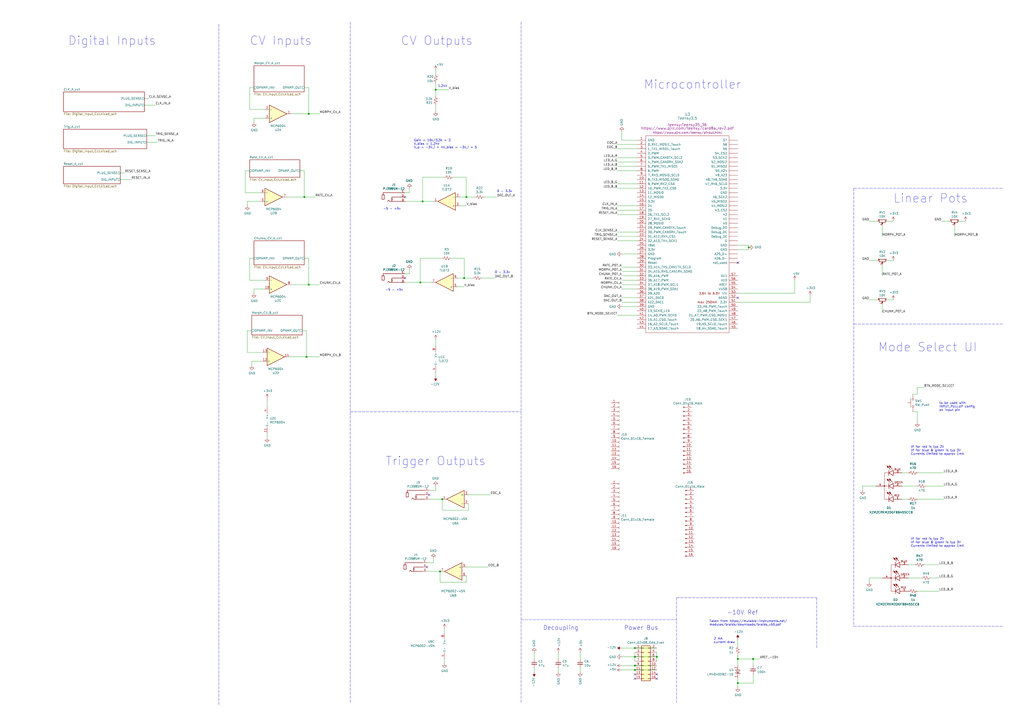
<source format=kicad_sch>
(kicad_sch (version 20211123) (generator eeschema)
  (paper "A2")
  (title_block (title "Lowstepper") (date "2021-03-06") (rev "1.0") (company "OkaySynthesizer") (comment 1 "Original design: Rafael Khan") (comment 2 "Engineer: Bhavesh Kakwani"))
  (junction (at 243.84 163.83))
  (junction (at 255.27 331.47))
  (junction (at 179.07 165.1))
  (junction (at 269.24 161.29))
  (junction (at 368.3 381))
  (junction (at 368.3 375.92))
  (junction (at 252.73 52.07))
  (junction (at 368.3 388.62))
  (junction (at 270.51 114.3))
  (junction (at 176.53 114.3))
  (junction (at 368.3 386.08))
  (junction (at 245.11 116.84))
  (junction (at 177.8 207.01))
  (junction (at 427.99 396.24))
  (junction (at 256.54 289.56))
  (junction (at 434.34 143.51))
  (junction (at 179.07 66.04))
  (junction (at 381 381))
  (junction (at 427.99 382.27))
  (junction (at 436.88 382.27))
  (no_connect (at 368.3 393.7))
  (no_connect (at 381 393.7))
  (no_connect (at 247.65 328.93))
  (no_connect (at 368.3 391.16))
  (no_connect (at 234.95 114.3))
  (no_connect (at 248.92 287.02))
  (no_connect (at 234.95 161.29))
  (no_connect (at 427.99 172.72))
  (no_connect (at 381 391.16))
  (no_connect (at 427.99 152.4))
  (bus_entry (at 928.37 483.87) (size 2.54 -2.54))
  (wire (pts (xy 369.57 154.94) (xy 360.68 154.94)))
  (wire (pts (xy 147.32 68.58) (xy 153.67 68.58)))
  (wire (pts (xy 369.57 121.92) (xy 358.14 121.92)))
  (wire (pts (xy 532.13 224.79) (xy 535.94 224.79)))
  (wire (pts (xy 360.68 386.08) (xy 368.3 386.08)))
  (wire (pts (xy 369.57 86.36) (xy 358.14 86.36)))
  (wire (pts (xy 143.51 116.84) (xy 143.51 119.38)))
  (wire (pts (xy 369.57 137.16) (xy 358.14 137.16)))
  (wire (pts (xy 279.4 161.29) (xy 287.02 161.29)))
  (wire (pts (xy 369.57 160.02) (xy 360.68 160.02)))
  (wire (pts (xy 243.84 163.83) (xy 250.19 163.83)))
  (wire (pts (xy 500.38 281.94) (xy 500.38 284.48)))
  (wire (pts (xy 427.99 396.24) (xy 436.88 396.24)))
  (wire (pts (xy 369.57 157.48) (xy 360.68 157.48)))
  (wire (pts (xy 143.51 191.77) (xy 143.51 204.47)))
  (wire (pts (xy 151.13 116.84) (xy 143.51 116.84)))
  (wire (pts (xy 185.42 66.04) (xy 179.07 66.04)))
  (wire (pts (xy 247.65 331.47) (xy 255.27 331.47)))
  (wire (pts (xy 280.67 114.3) (xy 288.29 114.3)))
  (wire (pts (xy 511.81 153.67) (xy 511.81 160.02)))
  (wire (pts (xy 182.88 114.3) (xy 176.53 114.3)))
  (wire (pts (xy 369.57 124.46) (xy 358.14 124.46)))
  (wire (pts (xy 252.73 40.64) (xy 252.73 43.18)))
  (wire (pts (xy 436.88 382.27) (xy 427.99 382.27)))
  (wire (pts (xy 252.73 52.07) (xy 260.35 52.07)))
  (wire (pts (xy 256.54 149.86) (xy 243.84 149.86)))
  (wire (pts (xy 245.11 116.84) (xy 251.46 116.84)))
  (wire (pts (xy 527.05 335.28) (xy 534.67 335.28)))
  (wire (pts (xy 255.27 337.82) (xy 270.51 337.82)))
  (wire (pts (xy 368.3 378.46) (xy 368.3 381)))
  (wire (pts (xy 154.94 251.46) (xy 154.94 254)))
  (wire (pts (xy 177.8 191.77) (xy 175.26 191.77)))
  (wire (pts (xy 256.54 295.91) (xy 271.78 295.91)))
  (wire (pts (xy 514.35 128.27) (xy 518.16 128.27)))
  (wire (pts (xy 427.99 382.27) (xy 427.99 386.08)))
  (wire (pts (xy 85.09 78.74) (xy 90.17 78.74)))
  (wire (pts (xy 177.8 207.01) (xy 167.64 207.01)))
  (wire (pts (xy 434.34 142.24) (xy 434.34 143.51)))
  (wire (pts (xy 381 381) (xy 381 383.54)))
  (wire (pts (xy 69.85 104.14) (xy 76.2 104.14)))
  (wire (pts (xy 427.99 374.65) (xy 427.99 370.84)))
  (wire (pts (xy 252.73 281.94) (xy 252.73 284.48)))
  (wire (pts (xy 179.07 165.1) (xy 179.07 149.86)))
  (wire (pts (xy 269.24 161.29) (xy 274.32 161.29)))
  (wire (pts (xy 537.21 281.94) (xy 547.37 281.94)))
  (wire (pts (xy 237.49 111.76) (xy 237.49 109.22)))
  (wire (pts (xy 266.7 114.3) (xy 270.51 114.3)))
  (wire (pts (xy 369.57 167.64) (xy 360.68 167.64)))
  (wire (pts (xy 245.11 102.87) (xy 245.11 116.84)))
  (wire (pts (xy 436.88 386.08) (xy 436.88 382.27)))
  (polyline (pts (xy 495.3 363.22) (xy 581.66 363.22)))
  (wire (pts (xy 532.13 289.56) (xy 547.37 289.56)))
  (wire (pts (xy 252.73 52.07) (xy 252.73 55.88)))
  (wire (pts (xy 514.35 173.99) (xy 518.16 173.99)))
  (wire (pts (xy 144.78 99.06) (xy 142.24 99.06)))
  (wire (pts (xy 523.24 281.94) (xy 532.13 281.94)))
  (wire (pts (xy 252.73 48.26) (xy 252.73 52.07)))
  (wire (pts (xy 179.07 50.8) (xy 176.53 50.8)))
  (wire (pts (xy 427.99 170.18) (xy 461.01 170.18)))
  (wire (pts (xy 360.68 147.32) (xy 369.57 147.32)))
  (wire (pts (xy 237.49 158.75) (xy 237.49 156.21)))
  (wire (pts (xy 427.99 396.24) (xy 427.99 398.78)))
  (wire (pts (xy 152.4 209.55) (xy 146.05 209.55)))
  (wire (pts (xy 284.48 287.02) (xy 271.78 287.02)))
  (wire (pts (xy 153.67 162.56) (xy 144.78 162.56)))
  (wire (pts (xy 146.05 209.55) (xy 146.05 212.09)))
  (wire (pts (xy 514.35 151.13) (xy 518.16 151.13)))
  (wire (pts (xy 146.05 191.77) (xy 143.51 191.77)))
  (wire (pts (xy 369.57 165.1) (xy 360.68 165.1)))
  (wire (pts (xy 85.09 82.55) (xy 91.44 82.55)))
  (wire (pts (xy 257.81 382.27) (xy 257.81 384.81)))
  (wire (pts (xy 265.43 161.29) (xy 269.24 161.29)))
  (polyline (pts (xy 127 13.97) (xy 127 408.94)))
  (wire (pts (xy 369.57 139.7) (xy 358.14 139.7)))
  (wire (pts (xy 523.24 289.56) (xy 527.05 289.56)))
  (polyline (pts (xy 581.66 187.96) (xy 495.3 187.96)))
  (wire (pts (xy 86.36 57.15) (xy 83.82 57.15)))
  (wire (pts (xy 309.88 387.35) (xy 309.88 389.89)))
  (wire (pts (xy 551.18 128.27) (xy 546.1 128.27)))
  (wire (pts (xy 257.81 364.49) (xy 257.81 367.03)))
  (wire (pts (xy 381 381) (xy 368.3 381)))
  (wire (pts (xy 381 378.46) (xy 381 381)))
  (wire (pts (xy 270.51 337.82) (xy 270.51 334.01)))
  (wire (pts (xy 427.99 379.73) (xy 427.99 382.27)))
  (wire (pts (xy 434.34 144.78) (xy 434.34 143.51)))
  (wire (pts (xy 147.32 167.64) (xy 147.32 170.18)))
  (wire (pts (xy 360.68 388.62) (xy 368.3 388.62)))
  (wire (pts (xy 269.24 161.29) (xy 269.24 149.86)))
  (wire (pts (xy 427.99 393.7) (xy 427.99 396.24)))
  (wire (pts (xy 72.39 100.33) (xy 69.85 100.33)))
  (wire (pts (xy 252.73 284.48) (xy 248.92 284.48)))
  (wire (pts (xy 369.57 175.26) (xy 360.68 175.26)))
  (wire (pts (xy 179.07 66.04) (xy 179.07 50.8)))
  (wire (pts (xy 270.51 102.87) (xy 262.89 102.87)))
  (wire (pts (xy 427.99 144.78) (xy 434.34 144.78)))
  (wire (pts (xy 360.68 381) (xy 368.3 381)))
  (wire (pts (xy 336.55 387.35) (xy 336.55 389.89)))
  (polyline (pts (xy 495.3 109.22) (xy 581.66 109.22)))
  (wire (pts (xy 369.57 96.52) (xy 358.14 96.52)))
  (wire (pts (xy 511.81 176.53) (xy 511.81 181.61)))
  (wire (pts (xy 360.68 172.72) (xy 369.57 172.72)))
  (wire (pts (xy 309.88 382.27) (xy 309.88 378.46)))
  (wire (pts (xy 509.27 173.99) (xy 504.19 173.99)))
  (wire (pts (xy 147.32 149.86) (xy 144.78 149.86)))
  (wire (pts (xy 360.68 81.28) (xy 369.57 81.28)))
  (polyline (pts (xy 392.43 346.71) (xy 473.71 346.71)))
  (wire (pts (xy 247.65 326.39) (xy 251.46 326.39)))
  (wire (pts (xy 461.01 170.18) (xy 461.01 162.56)))
  (wire (pts (xy 142.24 111.76) (xy 151.13 111.76)))
  (wire (pts (xy 179.07 165.1) (xy 185.42 165.1)))
  (wire (pts (xy 144.78 50.8) (xy 144.78 63.5)))
  (wire (pts (xy 179.07 165.1) (xy 168.91 165.1)))
  (polyline (pts (xy 203.2 238.76) (xy 302.26 238.76)))
  (wire (pts (xy 369.57 109.22) (xy 358.14 109.22)))
  (polyline (pts (xy 203.2 12.7) (xy 203.2 407.67)))
  (wire (pts (xy 83.82 60.96) (xy 90.17 60.96)))
  (wire (pts (xy 532.13 238.76) (xy 532.13 245.11)))
  (wire (pts (xy 270.51 114.3) (xy 270.51 102.87)))
  (wire (pts (xy 179.07 149.86) (xy 176.53 149.86)))
  (wire (pts (xy 269.24 149.86) (xy 261.62 149.86)))
  (wire (pts (xy 532.13 274.32) (xy 547.37 274.32)))
  (wire (pts (xy 251.46 326.39) (xy 251.46 323.85)))
  (wire (pts (xy 532.13 342.9) (xy 544.83 342.9)))
  (wire (pts (xy 527.05 274.32) (xy 523.24 274.32)))
  (wire (pts (xy 529.59 228.6) (xy 532.13 228.6)))
  (wire (pts (xy 252.73 60.96) (xy 252.73 64.77)))
  (wire (pts (xy 147.32 50.8) (xy 144.78 50.8)))
  (wire (pts (xy 256.54 289.56) (xy 256.54 295.91)))
  (wire (pts (xy 144.78 149.86) (xy 144.78 162.56)))
  (polyline (pts (xy 302.26 359.41) (xy 392.43 359.41)))
  (wire (pts (xy 509.27 128.27) (xy 504.19 128.27)))
  (wire (pts (xy 252.73 215.9) (xy 252.73 218.44)))
  (wire (pts (xy 234.95 116.84) (xy 245.11 116.84)))
  (wire (pts (xy 168.91 66.04) (xy 179.07 66.04)))
  (wire (pts (xy 271.78 295.91) (xy 271.78 292.1)))
  (polyline (pts (xy 392.43 346.71) (xy 392.43 407.67)))
  (wire (pts (xy 336.55 378.46) (xy 336.55 382.27)))
  (wire (pts (xy 535.94 327.66) (xy 544.83 327.66)))
  (wire (pts (xy 266.7 119.38) (xy 270.51 119.38)))
  (wire (pts (xy 368.3 381) (xy 368.3 383.54)))
  (wire (pts (xy 252.73 196.85) (xy 252.73 200.66)))
  (wire (pts (xy 255.27 331.47) (xy 255.27 337.82)))
  (wire (pts (xy 166.37 114.3) (xy 176.53 114.3)))
  (wire (pts (xy 539.75 335.28) (xy 544.83 335.28)))
  (wire (pts (xy 469.9 175.26) (xy 469.9 171.45)))
  (wire (pts (xy 243.84 149.86) (xy 243.84 163.83)))
  (wire (pts (xy 270.51 114.3) (xy 275.59 114.3)))
  (wire (pts (xy 504.19 335.28) (xy 504.19 337.82)))
  (wire (pts (xy 177.8 207.01) (xy 177.8 191.77)))
  (wire (pts (xy 369.57 182.88) (xy 358.14 182.88)))
  (wire (pts (xy 369.57 134.62) (xy 358.14 134.62)))
  (wire (pts (xy 265.43 166.37) (xy 269.24 166.37)))
  (wire (pts (xy 257.81 102.87) (xy 245.11 102.87)))
  (wire (pts (xy 142.24 99.06) (xy 142.24 111.76)))
  (wire (pts (xy 368.3 375.92) (xy 381 375.92)))
  (wire (pts (xy 427.99 142.24) (xy 434.34 142.24)))
  (wire (pts (xy 369.57 93.98) (xy 358.14 93.98)))
  (wire (pts (xy 553.72 130.81) (xy 553.72 137.16)))
  (wire (pts (xy 508 281.94) (xy 500.38 281.94)))
  (wire (pts (xy 529.59 238.76) (xy 532.13 238.76)))
  (wire (pts (xy 369.57 162.56) (xy 360.68 162.56)))
  (wire (pts (xy 154.94 236.22) (xy 154.94 231.14)))
  (wire (pts (xy 360.68 76.2) (xy 360.68 81.28)))
  (wire (pts (xy 369.57 83.82) (xy 358.14 83.82)))
  (wire (pts (xy 530.86 327.66) (xy 527.05 327.66)))
  (wire (pts (xy 176.53 114.3) (xy 176.53 99.06)))
  (polyline (pts (xy 495.3 109.22) (xy 495.3 363.22)))
  (wire (pts (xy 360.68 177.8) (xy 369.57 177.8)))
  (wire (pts (xy 177.8 207.01) (xy 185.42 207.01)))
  (wire (pts (xy 147.32 71.12) (xy 147.32 68.58)))
  (wire (pts (xy 436.88 391.16) (xy 436.88 396.24)))
  (wire (pts (xy 152.4 204.47) (xy 143.51 204.47)))
  (wire (pts (xy 427.99 175.26) (xy 469.9 175.26)))
  (wire (pts (xy 369.57 91.44) (xy 358.14 91.44)))
  (wire (pts (xy 153.67 167.64) (xy 147.32 167.64)))
  (wire (pts (xy 369.57 99.06) (xy 358.14 99.06)))
  (wire (pts (xy 511.81 130.81) (xy 511.81 137.16)))
  (wire (pts (xy 360.68 375.92) (xy 368.3 375.92)))
  (wire (pts (xy 509.27 151.13) (xy 504.19 151.13)))
  (wire (pts (xy 234.95 111.76) (xy 237.49 111.76)))
  (wire (pts (xy 323.85 387.35) (xy 323.85 389.89)))
  (wire (pts (xy 436.88 382.27) (xy 440.69 382.27)))
  (wire (pts (xy 556.26 128.27) (xy 560.07 128.27)))
  (wire (pts (xy 176.53 99.06) (xy 173.99 99.06)))
  (wire (pts (xy 283.21 328.93) (xy 270.51 328.93)))
  (wire (pts (xy 532.13 228.6) (xy 532.13 224.79)))
  (wire (pts (xy 369.57 119.38) (xy 358.14 119.38)))
  (wire (pts (xy 323.85 378.46) (xy 323.85 382.27)))
  (wire (pts (xy 369.57 106.68) (xy 358.14 106.68)))
  (wire (pts (xy 248.92 289.56) (xy 256.54 289.56)))
  (polyline (pts (xy 473.71 346.71) (xy 473.71 375.92)))
  (polyline (pts (xy 302.26 12.7) (xy 302.26 407.67)))
  (wire (pts (xy 234.95 163.83) (xy 243.84 163.83)))
  (wire (pts (xy 511.81 335.28) (xy 504.19 335.28)))
  (wire (pts (xy 234.95 158.75) (xy 237.49 158.75)))
  (wire (pts (xy 381 386.08) (xy 368.3 386.08)))
  (wire (pts (xy 144.78 63.5) (xy 153.67 63.5)))
  (wire (pts (xy 381 388.62) (xy 368.3 388.62)))
  (text "Vf for red is typ 2V\nVf for blue & green is typ 3V\nCurrents limited to approx 1mA" (at 528.32 317.5 0) (effects (font (size 1.27 1.27)) (justify left bottom)))
  (text "Digital Inputs\n" (at 39.37 26.67 0) (effects (font (size 5.0038 5.0038)) (justify left bottom)))
  (text "-5 - +5v" (at 223.52 168.91 0) (effects (font (size 1.27 1.27)) (justify left bottom)))
  (text "0 - 3.3v" (at 287.02 158.75 0) (effects (font (size 1.27 1.27)) (justify left bottom)))
  (text "-5 - +5v" (at 222.25 121.92 0) (effects (font (size 1.27 1.27)) (justify left bottom)))
  (text "Trigger Outputs" (at 223.52 270.51 0) (effects (font (size 5.0038 5.0038)) (justify left bottom)))
  (text "CV Inputs\n" (at 144.78 26.67 0) (effects (font (size 5.0038 5.0038)) (justify left bottom)))
  (text "Gain = 10k/3.3k = 3\nV_bias = 1.24V\nV_o = -3V_i + 4V_bias = -3V_i + 5" (at 240.03 86.36 0) (effects (font (size 1.27 1.27)) (justify left bottom)))
  (text "1.24V" (at 254 50.8 0) (effects (font (size 1.27 1.27)) (justify left bottom)))
  (text "Microcontroller" (at 373.38 52.07 0) (effects (font (size 5.0038 5.0038)) (justify left bottom)))
  (text "0 - 3.3v" (at 288.29 111.76 0) (effects (font (size 1.27 1.27)) (justify left bottom)))
  (text "2 mA\ncurrent draw" (at 414.02 373.38 0) (effects (font (size 1.27 1.27)) (justify left bottom)))
  (text "Taken from https://mutable-instruments.net/\nmodules/braids/downloads/braids_v50.pdf" (at 411.48 363.22 0) (effects (font (size 1.27 1.27)) (justify left bottom)))
  (text "-10V Ref" (at 421.64 356.87 0) (effects (font (size 2.4892 2.4892)) (justify left bottom)))
  (text "CV Outputs" (at 232.41 26.67 0) (effects (font (size 5.0038 5.0038)) (justify left bottom)))
  (text "Vf for red is typ 2V\nVf for blue & green is typ 3V\nCurrents limited to approx 1mA" (at 528.32 264.16 0) (effects (font (size 1.27 1.27)) (justify left bottom)))
  (text "Linear Pots" (at 518.16 118.11 0) (effects (font (size 5.0038 5.0038)) (justify left bottom)))
  (text "Power Bus" (at 361.95 365.76 0) (effects (font (size 2.4892 2.4892)) (justify left bottom)))
  (text "Mode Select UI" (at 509.27 204.47 0) (effects (font (size 5.0038 5.0038)) (justify left bottom)))
  (text "to be used with\nINPUT_PULLUP config\non input pin" (at 544.83 238.76 0) (effects (font (size 1.27 1.27)) (justify left bottom)))
  (text "Decoupling" (at 314.96 365.76 0) (effects (font (size 2.4892 2.4892)) (justify left bottom)))
  (label "V_bias" (at 270.51 119.38 0))
  (label "TRIG_SENSE_A" (at 358.14 137.16 180))
  (label "LED_B_B" (at 544.83 327.66 0))
  (label "LED_A_B" (at 358.14 96.52 180))
  (label "GND" (at 504.19 151.13 180))
  (label "RATE_CV_A" (at 360.68 162.56 180))
  (label "CHUNK_CV_A" (at 360.68 167.64 180))
  (label "EOC_A" (at 358.14 83.82 180))
  (label "DAC_OUT_A" (at 360.68 172.72 180))
  (label "LED_B_G" (at 358.14 106.68 180))
  (label "CHUNK_CV_A" (at 185.42 165.1 0))
  (label "LED_A_G" (at 358.14 93.98 180))
  (label "CHUNK_POT_A" (at 360.68 160.02 180))
  (label "TRIG_SENSE_A" (at 90.17 78.74 0))
  (label "MORPH_POT_B" (at 553.72 137.16 0))
  (label "RATE_POT_A" (at 511.81 160.02 0))
  (label "RESET_SENSE_A" (at 358.14 139.7 180))
  (label "EOC_B" (at 283.21 328.93 0))
  (label "LED_B_B" (at 358.14 109.22 180))
  (label "RATE_CV_A" (at 182.88 114.3 0))
  (label "LED_B_G" (at 544.83 335.28 0))
  (label "LED_B_R" (at 544.83 342.9 0))
  (label "DAC_OUT_B" (at 287.02 161.29 0))
  (label "LED_A_R" (at 358.14 91.44 180))
  (label "RESET_SENSE_A" (at 72.39 100.33 0))
  (label "CLK_IN_A" (at 358.14 119.38 180))
  (label "EOC_B" (at 358.14 86.36 180))
  (label "TRIG_IN_A" (at 91.44 82.55 0))
  (label "CLK_IN_A" (at 90.17 60.96 0))
  (label "GND" (at 504.19 128.27 180))
  (label "LED_A_R" (at 547.37 289.56 0))
  (label "CLK_SENSE_A" (at 358.14 134.62 180))
  (label "MORPH_CV_A" (at 360.68 165.1 180))
  (label "BTN_MODE_SELECT" (at 535.94 224.79 0))
  (label "MORPH_POT_A" (at 360.68 157.48 180))
  (label "GND" (at 546.1 128.27 180))
  (label "RESET_IN_A" (at 358.14 124.46 180))
  (label "DAC_OUT_A" (at 288.29 114.3 0))
  (label "GND" (at 504.19 173.99 180))
  (label "CHUNK_POT_A" (at 511.81 181.61 0))
  (label "V_bias" (at 269.24 166.37 0))
  (label "EOC_A" (at 284.48 287.02 0))
  (label "TRIG_IN_A" (at 358.14 121.92 180))
  (label "RATE_POT_A" (at 360.68 154.94 180))
  (label "LED_A_G" (at 547.37 281.94 0))
  (label "MORPH_CV_A" (at 185.42 66.04 0))
  (label "LED_A_B" (at 547.37 274.32 0))
  (label "DAC_OUT_B" (at 360.68 175.26 180))
  (label "V_bias" (at 260.35 52.07 0))
  (label "MORPH_POT_A" (at 511.81 137.16 0))
  (label "BTN_MODE_SELECT" (at 358.14 182.88 180))
  (label "MORPH_CV_B" (at 185.42 207.01 0))
  (label "RESET_IN_A" (at 76.2 104.14 0))
  (label "AREF_-10V" (at 440.69 382.27 0))
  (label "LED_B_R" (at 358.14 99.06 180))
  (label "CLK_SENSE_A" (at 86.36 57.15 0))
  (symbol (lib_id "power:GND") (at 237.49 109.22 180) (unit 1)
    (property "Reference" "#PWR016" (effects hide))
    (property "Value" "GND" (at 237.363 104.8258 0))
  )
  (symbol (lib_id "Device:R_Small_US") (at 278.13 114.3 270) (unit 1)
    (property "Reference" "R22" (at 278.13 109.093 90))
    (property "Value" "3.3k" (at 278.13 111.4044 90))
    (property "Footprint" "Resistor_SMD:R_0402_1005Metric" (effects hide))
  )
  (symbol (lib_id "Device:R_Small_US") (at 260.35 102.87 270) (unit 1)
    (property "Reference" "R19" (at 260.35 97.663 90))
    (property "Value" "10K" (at 260.35 99.9744 90))
    (property "Footprint" "Resistor_SMD:R_0603_1608Metric_Pad0.98x0.95mm_HandSolder" (effects hide))
  )
  (symbol (lib_id "Device:R_Small_US") (at 252.73 58.42 180) (unit 1)
    (property "Reference" "R21" (at 251.0028 59.5884 0) (effects (justify left)))
    (property "Value" "3.3k" (at 251.0028 57.277 0) (effects (justify left)))
    (property "Footprint" "Resistor_SMD:R_0402_1005Metric" (effects hide))
  )
  (symbol (lib_id "Device:R_Small_US") (at 252.73 45.72 0) (unit 1)
    (property "Reference" "R20" (at 247.65 44.45 0) (effects (justify left)))
    (property "Value" "10k" (at 247.65 46.99 0) (effects (justify left)))
    (property "Footprint" "Resistor_SMD:R_0402_1005Metric" (effects hide))
  )
  (symbol (lib_id "power:GND") (at 252.73 64.77 0) (unit 1)
    (property "Reference" "#PWR017" (effects hide))
    (property "Value" "GND" (at 252.857 69.1642 0))
  )
  (symbol (lib_id "lowstepper_hardware-rescue:Teensy3.5-teensy") (at 398.78 135.89 0) (unit 1)
    (property "Reference" "U3" (at 398.78 66.3194 0) (effects (font (size 1.524 1.524))))
    (property "Value" "Teensy3.5" (at 398.78 68.58 0) (effects (font (size 1.524 1.524))))
    (property "Footprint" "teensy:Teensy35_36" (at 398.78 72.39 0) (effects (font (size 1.524 1.524))))
    (property "Datasheet" "https://www.pjrc.com/teensy/card8a_rev2.pdf" (at 398.78 74.3966 0) (effects (font (size 1.524 1.524))))
    (property "Pinouts" "https://www.pjrc.com/teensy/pinout.html" (at 398.78 76.8858 0))
  )
  (symbol (lib_id "power:GND") (at 360.68 381 270) (unit 1)
    (property "Reference" "#PWR018" (effects hide))
    (property "Value" "GND" (at 357.4288 381.127 90) (effects (justify right)))
  )
  (symbol (lib_id "power:GND") (at 147.32 71.12 0) (unit 1)
    (property "Reference" "#PWR014" (effects hide))
    (property "Value" "GND" (at 147.447 75.5142 0))
  )
  (symbol (lib_id "Device:R_POT_Small") (at 511.81 128.27 270) (unit 1)
    (property "Reference" "RV1" (at 511.81 123.2662 90))
    (property "Value" "10K" (at 511.81 125.5776 90))
    (property "Footprint" "Potentiometer_THT:Potentiometer_Alpha_RD901F-40-00D_Single_Vertical" (effects hide))
  )
  (symbol (lib_id "Device:R_POT_Small") (at 511.81 151.13 270) (unit 1)
    (property "Reference" "RV2" (at 511.81 146.1262 90))
    (property "Value" "10K" (at 511.81 148.4376 90))
    (property "Footprint" "Potentiometer_THT:Potentiometer_Alpha_RD901F-40-00D_Single_Vertical" (effects hide))
  )
  (symbol (lib_id "Device:R_POT_Small") (at 511.81 173.99 270) (unit 1)
    (property "Reference" "RV3" (at 511.81 168.9862 90))
    (property "Value" "10K" (at 511.81 171.2976 90))
    (property "Footprint" "Potentiometer_THT:Potentiometer_Alpha_RD901F-40-00D_Single_Vertical" (effects hide))
  )
  (symbol (lib_id "Amplifier_Operational:TL072") (at 259.08 116.84 180) (unit 1)
    (property "Reference" "U1" (at 259.08 107.5182 0))
    (property "Value" "TL072" (at 259.08 109.8296 0))
    (property "Footprint" "Package_SO:SOIC-8_3.9x4.9mm_P1.27mm" (effects hide))
    (property "Datasheet" "http://www.ti.com/lit/ds/symlink/tl071.pdf" (effects hide))
  )
  (symbol (lib_id "Amplifier_Operational:TL072") (at 255.27 208.28 0) (unit 3)
    (property "Reference" "U1" (at 254.2032 207.1116 0) (effects (justify left)))
    (property "Value" "TL072" (at 254.2032 209.423 0) (effects (justify left)))
    (property "Footprint" "Package_SO:SOIC-8_3.9x4.9mm_P1.27mm" (effects hide))
    (property "Datasheet" "http://www.ti.com/lit/ds/symlink/tl071.pdf" (effects hide))
  )
  (symbol (lib_id "Amplifier_Operational:MCP6004") (at 161.29 66.04 0) (mirror x) (unit 1)
    (property "Reference" "U2" (at 161.29 75.3618 0))
    (property "Value" "MCP6004" (at 161.29 73.0504 0))
    (property "Footprint" "Package_SO:SOIC-14_3.9x8.7mm_P1.27mm" (effects hide))
    (property "Datasheet" "http://ww1.microchip.com/downloads/en/DeviceDoc/21733j.pdf" (effects hide))
  )
  (symbol (lib_id "Amplifier_Operational:MCP6004") (at 157.48 243.84 0) (unit 5)
    (property "Reference" "U2" (at 156.4132 242.6716 0) (effects (justify left)))
    (property "Value" "MCP6004" (at 156.4132 244.983 0) (effects (justify left)))
    (property "Footprint" "Package_SO:SOIC-14_3.9x8.7mm_P1.27mm" (effects hide))
    (property "Datasheet" "http://ww1.microchip.com/downloads/en/DeviceDoc/21733j.pdf" (effects hide))
  )
  (symbol (lib_id "power:GND") (at 154.94 254 0) (unit 1)
    (property "Reference" "#PWR0104" (effects hide))
    (property "Value" "GND" (at 155.067 258.3942 0))
  )
  (symbol (lib_id "power:+3V3") (at 518.16 128.27 0) (unit 1)
    (property "Reference" "#PWR0111" (effects hide))
    (property "Value" "+3V3" (at 518.541 123.8758 0))
  )
  (symbol (lib_id "power:+3V3") (at 518.16 151.13 0) (unit 1)
    (property "Reference" "#PWR0112" (effects hide))
    (property "Value" "+3V3" (at 518.541 146.7358 0))
  )
  (symbol (lib_id "power:+3V3") (at 518.16 173.99 0) (unit 1)
    (property "Reference" "#PWR0113" (effects hide))
    (property "Value" "+3V3" (at 518.541 169.5958 0))
  )
  (symbol (lib_id "power:+3V3") (at 560.07 128.27 0) (unit 1)
    (property "Reference" "#PWR0116" (effects hide))
    (property "Value" "+3V3" (at 560.451 123.8758 0))
  )
  (symbol (lib_id "power:+3V3") (at 154.94 231.14 0) (unit 1)
    (property "Reference" "#PWR0117" (effects hide))
    (property "Value" "+3V3" (at 155.321 226.7458 0))
  )
  (symbol (lib_id "power:+12V") (at 252.73 196.85 0) (unit 1)
    (property "Reference" "#PWR0120" (effects hide))
    (property "Value" "+12V" (at 253.111 192.4558 0))
  )
  (symbol (lib_id "power:+12V") (at 360.68 386.08 90) (unit 1)
    (property "Reference" "#PWR0121" (effects hide))
    (property "Value" "+12V" (at 357.4288 385.699 90) (effects (justify left)))
  )
  (symbol (lib_id "power:+5V") (at 360.68 388.62 90) (unit 1)
    (property "Reference" "#PWR0122" (effects hide))
    (property "Value" "+5V" (at 357.4288 388.239 90) (effects (justify left)))
  )
  (symbol (lib_id "power:-12V") (at 360.68 375.92 90) (unit 1)
    (property "Reference" "#PWR0123" (effects hide))
    (property "Value" "-12V" (at 357.4288 375.539 90) (effects (justify left)))
  )
  (symbol (lib_id "power:-12V") (at 427.99 370.84 0) (unit 1)
    (property "Reference" "#PWR0124" (effects hide))
    (property "Value" "-12V" (at 428.371 366.4458 0))
  )
  (symbol (lib_id "power:-12V") (at 252.73 218.44 180) (unit 1)
    (property "Reference" "#PWR0125" (effects hide))
    (property "Value" "-12V" (at 252.349 222.8342 0))
  )
  (symbol (lib_id "Amplifier_Operational:MCP6004") (at 158.75 114.3 0) (mirror x) (unit 2)
    (property "Reference" "U2" (at 158.75 123.6218 0))
    (property "Value" "MCP6004" (at 158.75 121.3104 0))
    (property "Footprint" "Package_SO:SOIC-14_3.9x8.7mm_P1.27mm" (effects hide))
    (property "Datasheet" "http://ww1.microchip.com/downloads/en/DeviceDoc/21733j.pdf" (effects hide))
  )
  (symbol (lib_id "Amplifier_Operational:MCP6004") (at 161.29 165.1 0) (mirror x) (unit 3)
    (property "Reference" "U2" (at 161.29 174.4218 0))
    (property "Value" "MCP6004" (at 161.29 172.1104 0))
    (property "Footprint" "Package_SO:SOIC-14_3.9x8.7mm_P1.27mm" (effects hide))
    (property "Datasheet" "http://ww1.microchip.com/downloads/en/DeviceDoc/21733j.pdf" (effects hide))
  )
  (symbol (lib_id "power:GND") (at 143.51 119.38 0) (unit 1)
    (property "Reference" "#PWR0103" (effects hide))
    (property "Value" "GND" (at 143.637 123.7742 0))
  )
  (symbol (lib_id "power:GND") (at 147.32 170.18 0) (unit 1)
    (property "Reference" "#PWR0126" (effects hide))
    (property "Value" "GND" (at 147.447 174.5742 0))
  )
  (symbol (lib_id "Amplifier_Operational:MCP6004") (at 160.02 207.01 0) (mirror x) (unit 4)
    (property "Reference" "U2" (at 160.02 216.3318 0))
    (property "Value" "MCP6004" (at 160.02 214.0204 0))
    (property "Footprint" "Package_SO:SOIC-14_3.9x8.7mm_P1.27mm" (effects hide))
    (property "Datasheet" "http://ww1.microchip.com/downloads/en/DeviceDoc/21733j.pdf" (effects hide))
  )
  (symbol (lib_id "power:GND") (at 146.05 212.09 0) (unit 1)
    (property "Reference" "#PWR0108" (effects hide))
    (property "Value" "GND" (at 146.177 216.4842 0))
  )
  (symbol (lib_id "Device:C_Small") (at 323.85 384.81 0) (unit 1)
    (property "Reference" "C5" (at 326.1868 383.6416 0) (effects (justify left)))
    (property "Value" "47u" (at 326.1868 385.953 0) (effects (justify left)))
    (property "Footprint" "Capacitor_SMD:C_Elec_3x5.4" (effects hide))
  )
  (symbol (lib_id "Device:C_Small") (at 309.88 384.81 0) (unit 1)
    (property "Reference" "C1" (at 312.2168 383.6416 0) (effects (justify left)))
    (property "Value" "47u" (at 312.2168 385.953 0) (effects (justify left)))
    (property "Footprint" "Capacitor_SMD:C_Elec_3x5.4" (effects hide))
  )
  (symbol (lib_id "Device:C_Small") (at 336.55 384.81 0) (unit 1)
    (property "Reference" "C6" (at 338.8868 383.6416 0) (effects (justify left)))
    (property "Value" "10u" (at 338.8868 385.953 0) (effects (justify left)))
    (property "Footprint" "Capacitor_SMD:C_0603_1608Metric_Pad1.08x0.95mm_HandSolder" (effects hide))
  )
  (symbol (lib_id "Device:C_Small") (at 436.88 388.62 0) (unit 1)
    (property "Reference" "C7" (at 439.2168 387.4516 0) (effects (justify left)))
    (property "Value" "100n" (at 439.2168 389.763 0) (effects (justify left)))
    (property "Footprint" "Capacitor_SMD:C_0603_1608Metric_Pad1.08x0.95mm_HandSolder" (effects hide))
  )
  (symbol (lib_id "power:-12V") (at 309.88 389.89 180) (unit 1)
    (property "Reference" "#PWR0136" (effects hide))
    (property "Value" "-12V" (at 309.499 393.1412 90) (effects (justify left)))
  )
  (symbol (lib_id "power:GND") (at 309.88 378.46 180) (unit 1)
    (property "Reference" "#PWR0137" (effects hide))
    (property "Value" "GND" (at 309.753 375.2088 90) (effects (justify right)))
  )
  (symbol (lib_id "power:GND") (at 323.85 389.89 0) (unit 1)
    (property "Reference" "#PWR0138" (effects hide))
    (property "Value" "GND" (at 323.977 393.1412 90) (effects (justify right)))
  )
  (symbol (lib_id "power:+12V") (at 323.85 378.46 0) (unit 1)
    (property "Reference" "#PWR0139" (effects hide))
    (property "Value" "+12V" (at 324.231 375.2088 90) (effects (justify left)))
  )
  (symbol (lib_id "power:GND") (at 336.55 389.89 0) (unit 1)
    (property "Reference" "#PWR0140" (effects hide))
    (property "Value" "GND" (at 336.677 393.1412 90) (effects (justify right)))
  )
  (symbol (lib_id "power:+5V") (at 336.55 378.46 0) (unit 1)
    (property "Reference" "#PWR0141" (effects hide))
    (property "Value" "+5V" (at 336.931 375.2088 90) (effects (justify left)))
  )
  (symbol (lib_id "Device:R_POT_Small") (at 553.72 128.27 270) (unit 1)
    (property "Reference" "RV4" (at 553.72 123.2662 90))
    (property "Value" "10K" (at 553.72 125.5776 90))
    (property "Footprint" "Potentiometer_THT:Potentiometer_Alpha_RD901F-40-00D_Single_Vertical" (effects hide))
  )
  (symbol (lib_id "Amplifier_Operational:MCP6002-xSN") (at 264.16 289.56 0) (mirror y) (unit 1)
    (property "Reference" "U6" (at 264.16 303.53 0))
    (property "Value" "MCP6002-xSN" (at 264.16 300.99 0))
    (property "Footprint" "Package_SO:SOIC-8_3.9x4.9mm_P1.27mm" (effects hide))
    (property "Datasheet" "http://ww1.microchip.com/downloads/en/DeviceDoc/21733j.pdf" (effects hide))
  )
  (symbol (lib_id "Amplifier_Operational:MCP6002-xSN") (at 262.89 331.47 0) (mirror y) (unit 2)
    (property "Reference" "U6" (at 262.89 345.44 0))
    (property "Value" "MCP6002-xSN" (at 262.89 342.9 0))
    (property "Footprint" "Package_SO:SOIC-8_3.9x4.9mm_P1.27mm" (effects hide))
    (property "Datasheet" "http://ww1.microchip.com/downloads/en/DeviceDoc/21733j.pdf" (effects hide))
  )
  (symbol (lib_id "Amplifier_Operational:MCP6002-xSN") (at 255.27 374.65 0) (mirror y) (unit 3)
    (property "Reference" "U6" (at 250.19 372.11 0))
    (property "Value" "MCP6002-xSN" (at 245.11 374.65 0))
    (property "Footprint" "Package_SO:SOIC-8_3.9x4.9mm_P1.27mm" (effects hide))
    (property "Datasheet" "http://ww1.microchip.com/downloads/en/DeviceDoc/21733j.pdf" (effects hide))
  )
  (symbol (lib_id "power:+3V3") (at 257.81 364.49 0) (unit 1)
    (property "Reference" "#PWR0142" (effects hide))
    (property "Value" "+3V3" (at 258.191 360.0958 0))
  )
  (symbol (lib_id "power:GND") (at 257.81 384.81 0) (unit 1)
    (property "Reference" "#PWR0143" (effects hide))
    (property "Value" "GND" (at 257.937 389.2042 0))
  )
  (symbol (lib_id "PJ398SM-12:PJ398SM-12") (at 241.3 284.48 0) (unit 1)
    (property "Reference" "J3" (at 242.4176 279.8826 0))
    (property "Value" "PJ398SM-12" (at 242.4176 282.194 0))
    (property "Footprint" "THONK_PJ398SM-12" (effects hide))
    (property "MAXIMUM_PACKAGE_HEIGHT" "14.5 mm" (effects hide))
    (property "MANUFACTURER" "Thonk" (effects hide))
    (property "PARTREV" "1" (effects hide))
    (property "STANDARD" "Manufacturer Recommendations" (effects hide))
  )
  (symbol (lib_id "power:GND") (at 252.73 281.94 180) (unit 1)
    (property "Reference" "#PWR0102" (effects hide))
    (property "Value" "GND" (at 252.603 277.5458 0))
  )
  (symbol (lib_id "PJ398SM-12:PJ398SM-12") (at 240.03 326.39 0) (unit 1)
    (property "Reference" "J4" (at 241.1476 321.7926 0))
    (property "Value" "PJ398SM-12" (at 241.1476 324.104 0))
    (property "Footprint" "THONK_PJ398SM-12" (effects hide))
    (property "MAXIMUM_PACKAGE_HEIGHT" "14.5 mm" (effects hide))
    (property "MANUFACTURER" "Thonk" (effects hide))
    (property "PARTREV" "1" (effects hide))
    (property "STANDARD" "Manufacturer Recommendations" (effects hide))
  )
  (symbol (lib_id "power:GND") (at 251.46 323.85 180) (unit 1)
    (property "Reference" "#PWR0109" (effects hide))
    (property "Value" "GND" (at 251.333 319.4558 0))
  )
  (symbol (lib_id "power:+5V") (at 252.73 40.64 0) (unit 1)
    (property "Reference" "#PWR0134" (effects hide))
    (property "Value" "+5V" (at 253.111 37.3888 0) (effects (justify left)))
  )
  (symbol (lib_id "PJ398SM-12:PJ398SM-12") (at 227.33 111.76 0) (unit 1)
    (property "Reference" "J1" (at 228.4476 107.1626 0))
    (property "Value" "PJ398SM-12" (at 228.4476 109.474 0))
    (property "Footprint" "THONK_PJ398SM-12" (effects hide))
    (property "MAXIMUM_PACKAGE_HEIGHT" "14.5 mm" (effects hide))
    (property "MANUFACTURER" "Thonk" (effects hide))
    (property "PARTREV" "1" (effects hide))
    (property "STANDARD" "Manufacturer Recommendations" (effects hide))
  )
  (symbol (lib_id "PJ398SM-12:PJ398SM-12") (at 227.33 158.75 0) (unit 1)
    (property "Reference" "J2" (at 228.4476 154.1526 0))
    (property "Value" "PJ398SM-12" (at 228.4476 156.464 0))
    (property "Footprint" "THONK_PJ398SM-12" (effects hide))
    (property "MAXIMUM_PACKAGE_HEIGHT" "14.5 mm" (effects hide))
    (property "MANUFACTURER" "Thonk" (effects hide))
    (property "PARTREV" "1" (effects hide))
    (property "STANDARD" "Manufacturer Recommendations" (effects hide))
  )
  (symbol (lib_id "power:GND") (at 434.34 143.51 90) (unit 1)
    (property "Reference" "#PWR0169" (effects hide))
    (property "Value" "GND" (at 437.5912 143.383 90) (effects (justify right)))
  )
  (symbol (lib_id "power:GND") (at 360.68 147.32 270) (unit 1)
    (property "Reference" "#PWR0170" (effects hide))
    (property "Value" "GND" (at 357.4288 147.447 90) (effects (justify right)))
  )
  (symbol (lib_id "power:GND") (at 360.68 177.8 270) (unit 1)
    (property "Reference" "#PWR0171" (effects hide))
    (property "Value" "GND" (at 357.4288 177.927 90) (effects (justify right)))
  )
  (symbol (lib_id "power:GND") (at 360.68 76.2 180) (unit 1)
    (property "Reference" "#PWR0101" (effects hide))
    (property "Value" "GND" (at 360.553 72.9488 90) (effects (justify right)))
  )
  (symbol (lib_id "Device:R_Small_US") (at 529.59 274.32 270) (unit 1)
    (property "Reference" "R16" (at 529.59 269.113 90))
    (property "Value" "470" (at 529.59 271.4244 90))
    (property "Footprint" "Resistor_SMD:R_0402_1005Metric" (effects hide))
  )
  (symbol (lib_id "Device:R_Small_US") (at 534.67 281.94 270) (unit 1)
    (property "Reference" "R18" (at 534.67 279.4 90))
    (property "Value" "470" (at 534.67 284.48 90))
    (property "Footprint" "Resistor_SMD:R_0402_1005Metric" (effects hide))
  )
  (symbol (lib_id "Device:R_Small_US") (at 529.59 289.56 270) (unit 1)
    (property "Reference" "R17" (at 529.59 292.1 90))
    (property "Value" "1k" (at 529.59 294.64 90))
    (property "Footprint" "Resistor_SMD:R_0402_1005Metric" (effects hide))
  )
  (symbol (lib_id "power:+3V3") (at 469.9 171.45 0) (unit 1)
    (property "Reference" "#PWR0172" (effects hide))
    (property "Value" "+3V3" (at 470.281 167.0558 0))
  )
  (symbol (lib_id "Device:R_Small_US") (at 259.08 149.86 270) (unit 1)
    (property "Reference" "R3" (at 259.08 144.653 90))
    (property "Value" "10K" (at 259.08 146.9644 90))
    (property "Footprint" "Resistor_SMD:R_0603_1608Metric_Pad0.98x0.95mm_HandSolder" (effects hide))
  )
  (symbol (lib_id "power:GND") (at 237.49 156.21 180) (unit 1)
    (property "Reference" "#PWR0135" (effects hide))
    (property "Value" "GND" (at 237.363 151.8158 0))
  )
  (symbol (lib_id "Amplifier_Operational:TL072") (at 257.81 163.83 180) (unit 2)
    (property "Reference" "U1" (at 257.81 154.5082 0))
    (property "Value" "TL072" (at 257.81 156.8196 0))
    (property "Footprint" "Package_SO:SOIC-8_3.9x4.9mm_P1.27mm" (effects hide))
    (property "Datasheet" "http://www.ti.com/lit/ds/symlink/tl071.pdf" (effects hide))
  )
  (symbol (lib_id "Device:R_Small_US") (at 276.86 161.29 270) (unit 1)
    (property "Reference" "R15" (at 276.86 156.083 90))
    (property "Value" "3.3k" (at 276.86 158.3944 90))
    (property "Footprint" "Resistor_SMD:R_0402_1005Metric" (effects hide))
  )
  (symbol (lib_id "XZM2CRKM2DGFBB45SCCB:XZM2CRKM2DGFBB45SCCB") (at 515.62 281.94 0) (unit 1)
    (property "Reference" "D1" (at 515.62 294.64 0))
    (property "Value" "XZM2CRKM2DGFBB45SCCB" (at 516.89 297.18 0))
    (property "Footprint" "LED_THT:LED_D5.0mm-4_RGB" (effects hide))
    (property "MANUFACTURER" "SunLED" (effects hide))
    (property "MAXIMUM_PACKAGE_HEIGHT" "2.1mm" (effects hide))
    (property "PARTREV" "Feb 28, 2019" (effects hide))
    (property "STANDARD" "Manufacturer Recommendations" (effects hide))
  )
  (symbol (lib_id "power:+5V") (at 461.01 162.56 0) (unit 1)
    (property "Reference" "#PWR0168" (effects hide))
    (property "Value" "+5V" (at 459.74 158.75 0) (effects (justify left)))
  )
  (symbol (lib_id "power:GND") (at 504.19 337.82 0) (unit 1)
    (property "Reference" "#PWR0173" (effects hide))
    (property "Value" "GND" (at 504.317 342.2142 0))
  )
  (symbol (lib_id "Device:R_Small_US") (at 533.4 327.66 270) (unit 1)
    (property "Reference" "R47" (at 533.4 322.453 90))
    (property "Value" "470" (at 533.4 324.7644 90))
    (property "Footprint" "Resistor_SMD:R_0402_1005Metric" (effects hide))
  )
  (symbol (lib_id "Device:R_Small_US") (at 537.21 335.28 270) (unit 1)
    (property "Reference" "R49" (at 537.21 332.74 90))
    (property "Value" "470" (at 537.21 337.82 90))
    (property "Footprint" "Resistor_SMD:R_0402_1005Metric" (effects hide))
  )
  (symbol (lib_id "Device:R_Small_US") (at 529.59 342.9 270) (unit 1)
    (property "Reference" "R48" (at 529.59 345.44 90))
    (property "Value" "1k" (at 529.59 347.98 90))
    (property "Footprint" "Resistor_SMD:R_0402_1005Metric" (effects hide))
  )
  (symbol (lib_id "XZM2CRKM2DGFBB45SCCB:XZM2CRKM2DGFBB45SCCB") (at 519.43 335.28 0) (unit 1)
    (property "Reference" "D2" (at 519.43 347.98 0))
    (property "Value" "XZM2CRKM2DGFBB45SCCB" (at 520.7 350.52 0))
    (property "Footprint" "LED_THT:LED_D5.0mm-4_RGB" (effects hide))
    (property "MANUFACTURER" "SunLED" (effects hide))
    (property "MAXIMUM_PACKAGE_HEIGHT" "2.1mm" (effects hide))
    (property "PARTREV" "Feb 28, 2019" (effects hide))
    (property "STANDARD" "Manufacturer Recommendations" (effects hide))
  )
  (symbol (lib_id "Connector_Generic:Conn_02x08_Odd_Even") (at 373.38 383.54 0) (unit 1)
    (property "Reference" "J8" (at 374.65 370.4082 0))
    (property "Value" "Conn_02x08_Odd_Even" (at 374.65 372.7196 0))
    (property "Footprint" "Connector_PinHeader_2.54mm:PinHeader_2x08_P2.54mm_Vertical" (effects hide))
  )
  (symbol (lib_id "Device:R_Small_US") (at 427.99 377.19 0) (mirror x) (unit 1)
    (property "Reference" "R2" (at 424.18 375.92 0))
    (property "Value" "1k" (at 424.18 378.46 0))
    (property "Footprint" "Resistor_SMD:R_0402_1005Metric" (effects hide))
  )
  (symbol (lib_id "Reference_Voltage:LM4040DBZ-10") (at 427.99 389.89 270) (unit 1)
    (property "Reference" "U4" (at 422.91 388.62 90) (effects (justify left)))
    (property "Value" "LM4040DBZ-10" (at 410.21 391.16 90) (effects (justify left)))
    (property "Footprint" "Package_TO_SOT_SMD:SOT-23" (effects hide))
    (property "Datasheet" "http://www.ti.com/lit/ds/symlink/lm4040-n.pdf" (effects hide))
  )
  (symbol (lib_id "power:GND") (at 427.99 398.78 0) (unit 1)
    (property "Reference" "#PWR0105" (effects hide))
    (property "Value" "GND" (at 428.117 403.1742 0))
  )
  (symbol (lib_id "power:GND") (at 532.13 245.11 0) (unit 1)
    (property "Reference" "#PWR0106" (effects hide))
    (property "Value" "GND" (at 532.257 249.5042 0))
  )
  (symbol (lib_id "power:GND") (at 500.38 284.48 0) (unit 1)
    (property "Reference" "#PWR0107" (effects hide))
    (property "Value" "GND" (at 500.507 288.8742 0))
  )
  (symbol (lib_id "Connector:Conn_01x16_Female") (at 359.41 251.46 0) (unit 1)
    (property "Reference" "J10" (at 360.1212 252.0696 0) (effects (justify left)))
    (property "Value" "Conn_01x16_Female" (at 360.1212 254.381 0) (effects (justify left)))
    (property "Footprint" "Connector_PinHeader_2.54mm:PinHeader_1x16_P2.54mm_Vertical" (effects hide))
  )
  (symbol (lib_id "Connector:Conn_01x16_Female") (at 359.41 298.45 0) (unit 1)
    (property "Reference" "J11" (at 360.1212 299.0596 0) (effects (justify left)))
    (property "Value" "Conn_01x16_Female" (at 360.1212 301.371 0) (effects (justify left)))
    (property "Footprint" "Connector_PinHeader_2.54mm:PinHeader_1x16_P2.54mm_Vertical" (effects hide))
  )
  (symbol (lib_id "Connector:Conn_01x16_Male") (at 396.24 254 0) (unit 1)
    (property "Reference" "J15" (at 398.9832 231.6226 0))
    (property "Value" "Conn_01x16_Male" (at 398.9832 233.934 0))
    (property "Footprint" "Connector_PinSocket_2.54mm:PinSocket_1x16_P2.54mm_Vertical" (effects hide))
  )
  (symbol (lib_id "Connector:Conn_01x16_Male") (at 397.51 302.26 0) (unit 1)
    (property "Reference" "J16" (at 400.2532 279.8826 0))
    (property "Value" "Conn_01x16_Male" (at 400.2532 282.194 0))
    (property "Footprint" "Connector_PinSocket_2.54mm:PinSocket_1x16_P2.54mm_Vertical" (effects hide))
  )
  (symbol (lib_id "Switch:SW_Push") (at 529.59 233.68 90) (unit 1)
    (property "Reference" "SW1" (at 530.8092 232.5116 90) (effects (justify right)))
    (property "Value" "SW_Push" (at 530.8092 234.823 90) (effects (justify right)))
    (property "Footprint" "Button_Switch_SMD:SW_SPST_B3U-1000P" (effects hide))
  )
  (sheet (at 147.32 38.1) (size 29.21 15.24)
    (property "Sheet name" "Morph_CV_A_cct" (at 147.32 37.3884 0) (effects (justify left bottom)))
    (property "Sheet file" "CV_Input_Cct.kicad_sch" (at 147.32 53.9246 0) (effects (justify left top)))
    (pin "OPAMP_INV" passive (at 147.32 50.8 180))
    (pin "OPAMP_OUT" passive (at 176.53 50.8 0))
  )
  (sheet (at 144.78 92.71) (size 29.21 10.16)
    (property "Sheet name" "Rate_CV_A_cct" (at 144.78 91.9984 0) (effects (justify left bottom)))
    (property "Sheet file" "CV_Input_Cct.kicad_sch" (at 144.78 103.4546 0) (effects (justify left top)))
    (pin "OPAMP_INV" passive (at 144.78 99.06 180))
    (pin "OPAMP_OUT" passive (at 173.99 99.06 0))
  )
  (sheet (at 147.32 139.7) (size 29.21 13.97)
    (property "Sheet name" "Chunks_CV_A_cct" (at 147.32 138.9884 0) (effects (justify left bottom)))
    (property "Sheet file" "CV_Input_Cct.kicad_sch" (at 147.32 154.2546 0) (effects (justify left top)))
    (pin "OPAMP_INV" passive (at 147.32 149.86 180))
    (pin "OPAMP_OUT" passive (at 176.53 149.86 0))
  )
  (sheet (at 146.05 182.88) (size 29.21 11.43)
    (property "Sheet name" "Morph_CV_B_cct" (at 146.05 182.1684 0) (effects (justify left bottom)))
    (property "Sheet file" "CV_Input_Cct.kicad_sch" (at 146.05 194.8946 0) (effects (justify left top)))
    (pin "OPAMP_INV" passive (at 146.05 191.77 180))
    (pin "OPAMP_OUT" passive (at 175.26 191.77 0))
  )
  (sheet (at 36.83 53.34) (size 46.99 11.43)
    (property "Sheet name" "CLK_A_cct" (at 36.83 52.6284 0) (effects (justify left bottom)))
    (property "Sheet file" "Digital_Input_Cct.kicad_sch" (at 36.83 65.3546 0) (effects (justify left top)))
    (pin "PLUG_SENSE" output (at 83.82 57.15 0))
    (pin "DIG_INPUT" output (at 83.82 60.96 0))
  )
  (sheet (at 36.83 74.93) (size 48.26 11.43)
    (property "Sheet name" "Trig_A_cct" (at 36.83 74.2184 0) (effects (justify left bottom)))
    (property "Sheet file" "Digital_Input_Cct.kicad_sch" (at 36.83 86.9446 0) (effects (justify left top)))
    (pin "PLUG_SENSE" output (at 85.09 78.74 0))
    (pin "DIG_INPUT" output (at 85.09 82.55 0))
  )
  (sheet (at 36.83 96.52) (size 33.02 10.16)
    (property "Sheet name" "Reset_A_cct" (at 36.83 95.8084 0) (effects (justify left bottom)))
    (property "Sheet file" "Digital_Input_Cct.kicad_sch" (at 36.83 107.2646 0) (effects (justify left top)))
    (pin "PLUG_SENSE" output (at 69.85 100.33 0))
    (pin "DIG_INPUT" output (at 69.85 104.14 0))
  )
)
</source>
